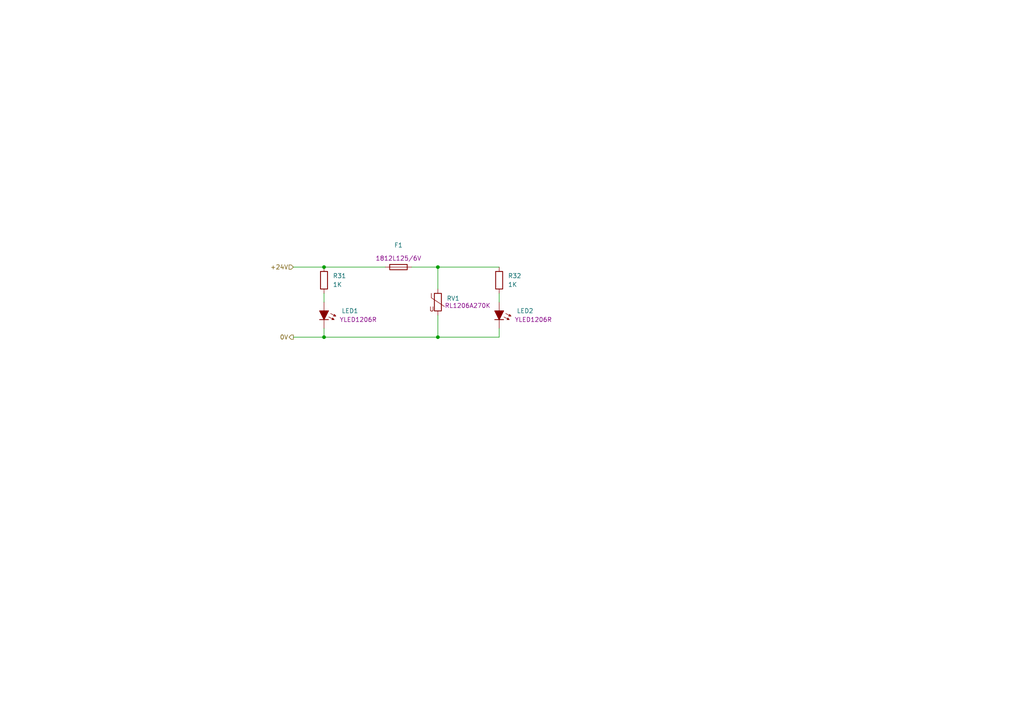
<source format=kicad_sch>
(kicad_sch
	(version 20250114)
	(generator "eeschema")
	(generator_version "9.0")
	(uuid "dd1d3460-8548-495b-9f16-98ec10e59d49")
	(paper "A4")
	(lib_symbols
		(symbol "Device:Fuse"
			(pin_numbers
				(hide yes)
			)
			(pin_names
				(offset 0)
			)
			(exclude_from_sim no)
			(in_bom yes)
			(on_board yes)
			(property "Reference" "F"
				(at 2.032 0 90)
				(effects
					(font
						(size 1.27 1.27)
					)
				)
			)
			(property "Value" "Fuse"
				(at -1.905 0 90)
				(effects
					(font
						(size 1.27 1.27)
					)
				)
			)
			(property "Footprint" ""
				(at -1.778 0 90)
				(effects
					(font
						(size 1.27 1.27)
					)
					(hide yes)
				)
			)
			(property "Datasheet" "~"
				(at 0 0 0)
				(effects
					(font
						(size 1.27 1.27)
					)
					(hide yes)
				)
			)
			(property "Description" "Fuse"
				(at 0 0 0)
				(effects
					(font
						(size 1.27 1.27)
					)
					(hide yes)
				)
			)
			(property "ki_keywords" "fuse"
				(at 0 0 0)
				(effects
					(font
						(size 1.27 1.27)
					)
					(hide yes)
				)
			)
			(property "ki_fp_filters" "*Fuse*"
				(at 0 0 0)
				(effects
					(font
						(size 1.27 1.27)
					)
					(hide yes)
				)
			)
			(symbol "Fuse_0_1"
				(rectangle
					(start -0.762 -2.54)
					(end 0.762 2.54)
					(stroke
						(width 0.254)
						(type default)
					)
					(fill
						(type none)
					)
				)
				(polyline
					(pts
						(xy 0 2.54) (xy 0 -2.54)
					)
					(stroke
						(width 0)
						(type default)
					)
					(fill
						(type none)
					)
				)
			)
			(symbol "Fuse_1_1"
				(pin passive line
					(at 0 3.81 270)
					(length 1.27)
					(name "~"
						(effects
							(font
								(size 1.27 1.27)
							)
						)
					)
					(number "1"
						(effects
							(font
								(size 1.27 1.27)
							)
						)
					)
				)
				(pin passive line
					(at 0 -3.81 90)
					(length 1.27)
					(name "~"
						(effects
							(font
								(size 1.27 1.27)
							)
						)
					)
					(number "2"
						(effects
							(font
								(size 1.27 1.27)
							)
						)
					)
				)
			)
			(embedded_fonts no)
		)
		(symbol "Device:Varistor"
			(pin_numbers
				(hide yes)
			)
			(pin_names
				(offset 0)
			)
			(exclude_from_sim no)
			(in_bom yes)
			(on_board yes)
			(property "Reference" "RV"
				(at 3.175 0 90)
				(effects
					(font
						(size 1.27 1.27)
					)
				)
			)
			(property "Value" "Varistor"
				(at -3.175 0 90)
				(effects
					(font
						(size 1.27 1.27)
					)
				)
			)
			(property "Footprint" ""
				(at -1.778 0 90)
				(effects
					(font
						(size 1.27 1.27)
					)
					(hide yes)
				)
			)
			(property "Datasheet" "~"
				(at 0 0 0)
				(effects
					(font
						(size 1.27 1.27)
					)
					(hide yes)
				)
			)
			(property "Description" "Voltage dependent resistor"
				(at 0 0 0)
				(effects
					(font
						(size 1.27 1.27)
					)
					(hide yes)
				)
			)
			(property "Sim.Name" "kicad_builtin_varistor"
				(at 0 0 0)
				(effects
					(font
						(size 1.27 1.27)
					)
					(hide yes)
				)
			)
			(property "Sim.Device" "SUBCKT"
				(at 0 0 0)
				(effects
					(font
						(size 1.27 1.27)
					)
					(hide yes)
				)
			)
			(property "Sim.Pins" "1=A 2=B"
				(at 0 0 0)
				(effects
					(font
						(size 1.27 1.27)
					)
					(hide yes)
				)
			)
			(property "Sim.Params" "threshold=1k"
				(at 0 0 0)
				(effects
					(font
						(size 1.27 1.27)
					)
					(hide yes)
				)
			)
			(property "Sim.Library" "${KICAD9_SYMBOL_DIR}/Simulation_SPICE.sp"
				(at 0 0 0)
				(effects
					(font
						(size 1.27 1.27)
					)
					(hide yes)
				)
			)
			(property "ki_keywords" "VDR resistance"
				(at 0 0 0)
				(effects
					(font
						(size 1.27 1.27)
					)
					(hide yes)
				)
			)
			(property "ki_fp_filters" "RV_* Varistor*"
				(at 0 0 0)
				(effects
					(font
						(size 1.27 1.27)
					)
					(hide yes)
				)
			)
			(symbol "Varistor_0_0"
				(text "U"
					(at -1.778 -2.032 0)
					(effects
						(font
							(size 1.27 1.27)
						)
					)
				)
			)
			(symbol "Varistor_0_1"
				(polyline
					(pts
						(xy -1.905 2.54) (xy -1.905 1.27) (xy 1.905 -1.27)
					)
					(stroke
						(width 0)
						(type default)
					)
					(fill
						(type none)
					)
				)
				(rectangle
					(start -1.016 -2.54)
					(end 1.016 2.54)
					(stroke
						(width 0.254)
						(type default)
					)
					(fill
						(type none)
					)
				)
			)
			(symbol "Varistor_1_1"
				(pin passive line
					(at 0 3.81 270)
					(length 1.27)
					(name "~"
						(effects
							(font
								(size 1.27 1.27)
							)
						)
					)
					(number "1"
						(effects
							(font
								(size 1.27 1.27)
							)
						)
					)
				)
				(pin passive line
					(at 0 -3.81 90)
					(length 1.27)
					(name "~"
						(effects
							(font
								(size 1.27 1.27)
							)
						)
					)
					(number "2"
						(effects
							(font
								(size 1.27 1.27)
							)
						)
					)
				)
			)
			(embedded_fonts no)
		)
		(symbol "LED_AKL:LED_1.8mm_SMD"
			(pin_numbers
				(hide yes)
			)
			(pin_names
				(offset 1.016)
				(hide yes)
			)
			(exclude_from_sim no)
			(in_bom yes)
			(on_board yes)
			(property "Reference" "LED"
				(at 0 7.62 0)
				(effects
					(font
						(size 1.27 1.27)
					)
				)
			)
			(property "Value" "LED_1.8mm_SMD"
				(at 0 5.08 0)
				(effects
					(font
						(size 1.27 1.27)
					)
				)
			)
			(property "Footprint" "LED_SMD_AKL:LED_1.8mm_GullWing"
				(at 0 0 0)
				(effects
					(font
						(size 1.27 1.27)
					)
					(hide yes)
				)
			)
			(property "Datasheet" "~"
				(at 0 0 0)
				(effects
					(font
						(size 1.27 1.27)
					)
					(hide yes)
				)
			)
			(property "Description" "LED, Generic 1.8mm SMD subminiature gull wing, Alternate KiCad Library"
				(at 0 0 0)
				(effects
					(font
						(size 1.27 1.27)
					)
					(hide yes)
				)
			)
			(property "ki_keywords" "LED diode generic 1.8mm SMD gull wing subminiature"
				(at 0 0 0)
				(effects
					(font
						(size 1.27 1.27)
					)
					(hide yes)
				)
			)
			(property "ki_fp_filters" "LED* LED_SMD:* LED_THT:*"
				(at 0 0 0)
				(effects
					(font
						(size 1.27 1.27)
					)
					(hide yes)
				)
			)
			(symbol "LED_1.8mm_SMD_0_1"
				(polyline
					(pts
						(xy -1.27 1.27) (xy -1.27 -1.27) (xy 1.27 0) (xy -1.27 1.27)
					)
					(stroke
						(width 0.254)
						(type default)
					)
					(fill
						(type outline)
					)
				)
				(polyline
					(pts
						(xy -0.508 1.905) (xy 0.254 3.429)
					)
					(stroke
						(width 0.1524)
						(type default)
					)
					(fill
						(type none)
					)
				)
				(polyline
					(pts
						(xy 0 2.921) (xy -0.254 3.048)
					)
					(stroke
						(width 0.1524)
						(type default)
					)
					(fill
						(type none)
					)
				)
				(polyline
					(pts
						(xy 0 2.921) (xy 0.254 2.794)
					)
					(stroke
						(width 0.1524)
						(type default)
					)
					(fill
						(type none)
					)
				)
				(polyline
					(pts
						(xy 0.254 2.794) (xy -0.254 3.048) (xy 0.254 3.429) (xy 0.254 2.794)
					)
					(stroke
						(width 0.1524)
						(type default)
					)
					(fill
						(type outline)
					)
				)
				(polyline
					(pts
						(xy 0.508 1.397) (xy 1.27 2.921)
					)
					(stroke
						(width 0.1524)
						(type default)
					)
					(fill
						(type none)
					)
				)
				(polyline
					(pts
						(xy 1.016 2.413) (xy 0.762 2.54)
					)
					(stroke
						(width 0.1524)
						(type default)
					)
					(fill
						(type none)
					)
				)
				(polyline
					(pts
						(xy 1.016 2.413) (xy 1.27 2.286)
					)
					(stroke
						(width 0.1524)
						(type default)
					)
					(fill
						(type none)
					)
				)
				(polyline
					(pts
						(xy 1.27 2.286) (xy 0.762 2.54) (xy 1.27 2.921) (xy 1.27 2.286)
					)
					(stroke
						(width 0.1524)
						(type default)
					)
					(fill
						(type outline)
					)
				)
				(polyline
					(pts
						(xy 1.27 1.27) (xy 1.27 -1.27)
					)
					(stroke
						(width 0.254)
						(type default)
					)
					(fill
						(type none)
					)
				)
				(polyline
					(pts
						(xy 1.27 0) (xy -1.27 0)
					)
					(stroke
						(width 0)
						(type default)
					)
					(fill
						(type none)
					)
				)
			)
			(symbol "LED_1.8mm_SMD_0_2"
				(polyline
					(pts
						(xy -2.54 -2.54) (xy 2.54 2.54)
					)
					(stroke
						(width 0)
						(type default)
					)
					(fill
						(type none)
					)
				)
				(polyline
					(pts
						(xy -2.159 2.413) (xy -2.286 1.778) (xy -1.6764 1.9812) (xy -2.159 2.413)
					)
					(stroke
						(width 0)
						(type default)
					)
					(fill
						(type outline)
					)
				)
				(polyline
					(pts
						(xy -1.651 0.889) (xy -2.159 2.413)
					)
					(stroke
						(width 0)
						(type default)
					)
					(fill
						(type none)
					)
				)
				(polyline
					(pts
						(xy -1.016 2.794) (xy -1.143 2.159) (xy -0.5334 2.3622) (xy -1.016 2.794)
					)
					(stroke
						(width 0)
						(type default)
					)
					(fill
						(type outline)
					)
				)
				(polyline
					(pts
						(xy -0.889 -0.889) (xy -1.778 0) (xy 0.889 0.889) (xy 0 -1.778) (xy -0.889 -0.889)
					)
					(stroke
						(width 0.254)
						(type default)
					)
					(fill
						(type outline)
					)
				)
				(polyline
					(pts
						(xy -0.508 1.27) (xy -1.016 2.794)
					)
					(stroke
						(width 0)
						(type default)
					)
					(fill
						(type none)
					)
				)
				(polyline
					(pts
						(xy 0 1.778) (xy 1.778 0)
					)
					(stroke
						(width 0.254)
						(type default)
					)
					(fill
						(type none)
					)
				)
			)
			(symbol "LED_1.8mm_SMD_1_1"
				(pin passive line
					(at -3.81 0 0)
					(length 2.54)
					(name "A"
						(effects
							(font
								(size 1.27 1.27)
							)
						)
					)
					(number "2"
						(effects
							(font
								(size 1.27 1.27)
							)
						)
					)
				)
				(pin passive line
					(at 3.81 0 180)
					(length 2.54)
					(name "K"
						(effects
							(font
								(size 1.27 1.27)
							)
						)
					)
					(number "1"
						(effects
							(font
								(size 1.27 1.27)
							)
						)
					)
				)
			)
			(symbol "LED_1.8mm_SMD_1_2"
				(pin passive line
					(at -2.54 -2.54 0)
					(length 0)
					(name "A"
						(effects
							(font
								(size 1.27 1.27)
							)
						)
					)
					(number "2"
						(effects
							(font
								(size 1.27 1.27)
							)
						)
					)
				)
				(pin passive line
					(at 2.54 2.54 180)
					(length 0)
					(name "K"
						(effects
							(font
								(size 1.27 1.27)
							)
						)
					)
					(number "1"
						(effects
							(font
								(size 1.27 1.27)
							)
						)
					)
				)
			)
			(embedded_fonts no)
		)
		(symbol "Resistor_AKL:R_0603"
			(pin_numbers
				(hide yes)
			)
			(pin_names
				(offset 0)
			)
			(exclude_from_sim no)
			(in_bom yes)
			(on_board yes)
			(property "Reference" "R"
				(at 2.54 1.27 0)
				(effects
					(font
						(size 1.27 1.27)
					)
					(justify left)
				)
			)
			(property "Value" "R_0603"
				(at 2.54 -1.27 0)
				(effects
					(font
						(size 1.27 1.27)
					)
					(justify left)
				)
			)
			(property "Footprint" "Resistor_SMD_AKL:R_0603_1608Metric"
				(at 0 -11.43 0)
				(effects
					(font
						(size 1.27 1.27)
					)
					(hide yes)
				)
			)
			(property "Datasheet" "~"
				(at 0 0 0)
				(effects
					(font
						(size 1.27 1.27)
					)
					(hide yes)
				)
			)
			(property "Description" "SMD 0603 Chip Resistor, European Symbol, Alternate KiCad Library"
				(at 0 0 0)
				(effects
					(font
						(size 1.27 1.27)
					)
					(hide yes)
				)
			)
			(property "ki_keywords" "R res resistor eu SMD 0603"
				(at 0 0 0)
				(effects
					(font
						(size 1.27 1.27)
					)
					(hide yes)
				)
			)
			(property "ki_fp_filters" "R_*"
				(at 0 0 0)
				(effects
					(font
						(size 1.27 1.27)
					)
					(hide yes)
				)
			)
			(symbol "R_0603_0_1"
				(rectangle
					(start -1.016 2.54)
					(end 1.016 -2.54)
					(stroke
						(width 0.254)
						(type default)
					)
					(fill
						(type none)
					)
				)
			)
			(symbol "R_0603_0_2"
				(polyline
					(pts
						(xy -2.54 -2.54) (xy -1.524 -1.524)
					)
					(stroke
						(width 0)
						(type default)
					)
					(fill
						(type none)
					)
				)
				(polyline
					(pts
						(xy 1.524 1.524) (xy 2.54 2.54)
					)
					(stroke
						(width 0)
						(type default)
					)
					(fill
						(type none)
					)
				)
				(polyline
					(pts
						(xy 1.524 1.524) (xy 0.889 2.159) (xy -2.159 -0.889) (xy -0.889 -2.159) (xy 2.159 0.889) (xy 1.524 1.524)
					)
					(stroke
						(width 0.254)
						(type default)
					)
					(fill
						(type none)
					)
				)
			)
			(symbol "R_0603_1_1"
				(pin passive line
					(at 0 3.81 270)
					(length 1.27)
					(name "~"
						(effects
							(font
								(size 1.27 1.27)
							)
						)
					)
					(number "1"
						(effects
							(font
								(size 1.27 1.27)
							)
						)
					)
				)
				(pin passive line
					(at 0 -3.81 90)
					(length 1.27)
					(name "~"
						(effects
							(font
								(size 1.27 1.27)
							)
						)
					)
					(number "2"
						(effects
							(font
								(size 1.27 1.27)
							)
						)
					)
				)
			)
			(symbol "R_0603_1_2"
				(pin passive line
					(at -2.54 -2.54 0)
					(length 0)
					(name ""
						(effects
							(font
								(size 1.27 1.27)
							)
						)
					)
					(number "2"
						(effects
							(font
								(size 1.27 1.27)
							)
						)
					)
				)
				(pin passive line
					(at 2.54 2.54 180)
					(length 0)
					(name ""
						(effects
							(font
								(size 1.27 1.27)
							)
						)
					)
					(number "1"
						(effects
							(font
								(size 1.27 1.27)
							)
						)
					)
				)
			)
			(embedded_fonts no)
		)
	)
	(junction
		(at 127 97.79)
		(diameter 0)
		(color 0 0 0 0)
		(uuid "0a06e80d-c707-4868-aacf-2c1d4d967863")
	)
	(junction
		(at 127 77.47)
		(diameter 0)
		(color 0 0 0 0)
		(uuid "8d8ac40c-0ef9-4cff-9825-a238e961e561")
	)
	(junction
		(at 93.98 97.79)
		(diameter 0)
		(color 0 0 0 0)
		(uuid "abedf4ba-b369-446a-aae8-05a137101b49")
	)
	(junction
		(at 93.98 77.47)
		(diameter 0)
		(color 0 0 0 0)
		(uuid "ffa18bae-c52d-42f1-be8d-c858797335b4")
	)
	(wire
		(pts
			(xy 93.98 97.79) (xy 127 97.79)
		)
		(stroke
			(width 0)
			(type default)
		)
		(uuid "2f00e688-ef27-4816-ba43-589a15ae9c95")
	)
	(wire
		(pts
			(xy 127 77.47) (xy 144.78 77.47)
		)
		(stroke
			(width 0)
			(type default)
		)
		(uuid "4d3d2f5a-79e7-44c7-9e10-704d198c208b")
	)
	(wire
		(pts
			(xy 119.38 77.47) (xy 127 77.47)
		)
		(stroke
			(width 0)
			(type default)
		)
		(uuid "4edd8100-ffc2-48f2-93da-b6a5f1e5b3f2")
	)
	(wire
		(pts
			(xy 127 97.79) (xy 144.78 97.79)
		)
		(stroke
			(width 0)
			(type default)
		)
		(uuid "50abf37e-f856-49ee-a46e-ccf03bb6a193")
	)
	(wire
		(pts
			(xy 93.98 77.47) (xy 111.76 77.47)
		)
		(stroke
			(width 0)
			(type default)
		)
		(uuid "5cd9f0ed-088d-44bb-af11-121a2a439ffe")
	)
	(wire
		(pts
			(xy 93.98 85.09) (xy 93.98 87.63)
		)
		(stroke
			(width 0)
			(type default)
		)
		(uuid "76b7b0ce-3888-4f25-b95f-b56960f51d8f")
	)
	(wire
		(pts
			(xy 144.78 85.09) (xy 144.78 87.63)
		)
		(stroke
			(width 0)
			(type default)
		)
		(uuid "82250c64-6bba-42c7-b60b-118bbe02d121")
	)
	(wire
		(pts
			(xy 144.78 97.79) (xy 144.78 95.25)
		)
		(stroke
			(width 0)
			(type default)
		)
		(uuid "8458d33e-d212-48c6-88f8-5d59a947d8f6")
	)
	(wire
		(pts
			(xy 85.09 77.47) (xy 93.98 77.47)
		)
		(stroke
			(width 0)
			(type default)
		)
		(uuid "9d232a6c-bfb1-411b-81b6-56e7aae3a09c")
	)
	(wire
		(pts
			(xy 85.09 97.79) (xy 93.98 97.79)
		)
		(stroke
			(width 0)
			(type default)
		)
		(uuid "a540b72c-30ce-4f63-b96a-07630ff2e789")
	)
	(wire
		(pts
			(xy 93.98 95.25) (xy 93.98 97.79)
		)
		(stroke
			(width 0)
			(type default)
		)
		(uuid "a773a870-7013-490f-ae4b-ff3f720fce9e")
	)
	(wire
		(pts
			(xy 127 77.47) (xy 127 83.82)
		)
		(stroke
			(width 0)
			(type default)
		)
		(uuid "e7685895-59a8-4821-8ed4-501c035f7139")
	)
	(wire
		(pts
			(xy 127 91.44) (xy 127 97.79)
		)
		(stroke
			(width 0)
			(type default)
		)
		(uuid "e77e993d-6e5b-4509-ab1c-a12841ce6e06")
	)
	(hierarchical_label "+24V"
		(shape input)
		(at 85.09 77.47 180)
		(effects
			(font
				(size 1.27 1.27)
			)
			(justify right)
		)
		(uuid "21b73ce4-e45e-4c1e-a6fa-c0cc0cb0e6f4")
	)
	(hierarchical_label "0V"
		(shape output)
		(at 85.09 97.79 180)
		(effects
			(font
				(size 1.27 1.27)
			)
			(justify right)
		)
		(uuid "80ce46b4-585d-4e0e-b775-a375493faf37")
	)
	(symbol
		(lib_id "Device:Fuse")
		(at 115.57 77.47 270)
		(unit 1)
		(exclude_from_sim no)
		(in_bom yes)
		(on_board yes)
		(dnp no)
		(uuid "4d02d056-b8d1-4108-989f-a0904e0e00a1")
		(property "Reference" "F1"
			(at 115.57 71.12 90)
			(effects
				(font
					(size 1.27 1.27)
				)
			)
		)
		(property "Value" "Fuse"
			(at 115.57 73.66 90)
			(effects
				(font
					(size 1.27 1.27)
				)
				(hide yes)
			)
		)
		(property "Footprint" "PCM_Fuse_AKL_Double:Fuse_Blade_Mini_directSolder"
			(at 115.57 75.692 90)
			(effects
				(font
					(size 1.27 1.27)
				)
				(hide yes)
			)
		)
		(property "Datasheet" "~"
			(at 115.57 77.47 0)
			(effects
				(font
					(size 1.27 1.27)
				)
				(hide yes)
			)
		)
		(property "Description" "Fuse"
			(at 115.57 77.47 0)
			(effects
				(font
					(size 1.27 1.27)
				)
				(hide yes)
			)
		)
		(property "Part number" "1812L125/6V"
			(at 115.57 74.93 90)
			(effects
				(font
					(size 1.27 1.27)
				)
			)
		)
		(pin "1"
			(uuid "177660d9-7775-41ef-a920-436b0076300c")
		)
		(pin "2"
			(uuid "b92741e1-d923-4fb0-adf6-62a68511c425")
		)
		(instances
			(project ""
				(path "/65c875c0-73bd-43df-b6cd-4a685398cace/3b453a73-5bb7-4645-a7e8-6e186968fa05/de35c4cd-dec3-4999-96c6-2b4bc5552c34"
					(reference "F1")
					(unit 1)
				)
			)
		)
	)
	(symbol
		(lib_id "LED_AKL:LED_1.8mm_SMD")
		(at 144.78 91.44 270)
		(unit 1)
		(exclude_from_sim no)
		(in_bom yes)
		(on_board yes)
		(dnp no)
		(uuid "9aa0b7b2-e6ed-4aa4-a0d1-8b8c6cdeddc3")
		(property "Reference" "LED2"
			(at 149.86 90.1699 90)
			(effects
				(font
					(size 1.27 1.27)
				)
				(justify left)
			)
		)
		(property "Value" "LED_1.8mm_SMD"
			(at 149.86 92.7099 90)
			(effects
				(font
					(size 1.27 1.27)
				)
				(justify left)
				(hide yes)
			)
		)
		(property "Footprint" "LED_SMD_AKL:LED_1.8mm_GullWing"
			(at 144.78 91.44 0)
			(effects
				(font
					(size 1.27 1.27)
				)
				(hide yes)
			)
		)
		(property "Datasheet" "~"
			(at 144.78 91.44 0)
			(effects
				(font
					(size 1.27 1.27)
				)
				(hide yes)
			)
		)
		(property "Description" "LED, Generic 1.8mm SMD subminiature gull wing, Alternate KiCad Library"
			(at 144.78 91.44 0)
			(effects
				(font
					(size 1.27 1.27)
				)
				(hide yes)
			)
		)
		(property "Part number" "YLED1206R"
			(at 154.686 92.71 90)
			(effects
				(font
					(size 1.27 1.27)
				)
			)
		)
		(pin "2"
			(uuid "b16d8e59-2b31-40a5-a55e-9cee47cafa76")
		)
		(pin "1"
			(uuid "e1826811-dbe5-430b-b93f-50f6848a38ae")
		)
		(instances
			(project "Diseños de circuitos"
				(path "/65c875c0-73bd-43df-b6cd-4a685398cace/3b453a73-5bb7-4645-a7e8-6e186968fa05/de35c4cd-dec3-4999-96c6-2b4bc5552c34"
					(reference "LED2")
					(unit 1)
				)
			)
		)
	)
	(symbol
		(lib_id "LED_AKL:LED_1.8mm_SMD")
		(at 93.98 91.44 270)
		(unit 1)
		(exclude_from_sim no)
		(in_bom yes)
		(on_board yes)
		(dnp no)
		(uuid "a3dbf928-7baa-48c8-9267-bf03353fd15e")
		(property "Reference" "LED1"
			(at 99.06 90.1699 90)
			(effects
				(font
					(size 1.27 1.27)
				)
				(justify left)
			)
		)
		(property "Value" "LED_1.8mm_SMD"
			(at 99.06 92.7099 90)
			(effects
				(font
					(size 1.27 1.27)
				)
				(justify left)
				(hide yes)
			)
		)
		(property "Footprint" "LED_SMD_AKL:LED_1.8mm_GullWing"
			(at 93.98 91.44 0)
			(effects
				(font
					(size 1.27 1.27)
				)
				(hide yes)
			)
		)
		(property "Datasheet" "~"
			(at 93.98 91.44 0)
			(effects
				(font
					(size 1.27 1.27)
				)
				(hide yes)
			)
		)
		(property "Description" "LED, Generic 1.8mm SMD subminiature gull wing, Alternate KiCad Library"
			(at 93.98 91.44 0)
			(effects
				(font
					(size 1.27 1.27)
				)
				(hide yes)
			)
		)
		(property "Part number" "YLED1206R"
			(at 103.886 92.71 90)
			(effects
				(font
					(size 1.27 1.27)
				)
			)
		)
		(pin "2"
			(uuid "e2080f83-f1ed-4fd8-a635-b5e63dfec978")
		)
		(pin "1"
			(uuid "6581b940-4fbd-4d2a-9e52-84582e42203d")
		)
		(instances
			(project ""
				(path "/65c875c0-73bd-43df-b6cd-4a685398cace/3b453a73-5bb7-4645-a7e8-6e186968fa05/de35c4cd-dec3-4999-96c6-2b4bc5552c34"
					(reference "LED1")
					(unit 1)
				)
			)
		)
	)
	(symbol
		(lib_id "Device:Varistor")
		(at 127 87.63 0)
		(unit 1)
		(exclude_from_sim no)
		(in_bom yes)
		(on_board yes)
		(dnp no)
		(uuid "ad732919-be58-438a-9c1b-37ddb289d9ea")
		(property "Reference" "RV1"
			(at 129.54 86.5532 0)
			(effects
				(font
					(size 1.27 1.27)
				)
				(justify left)
			)
		)
		(property "Value" "Varistor"
			(at 129.54 89.0932 0)
			(effects
				(font
					(size 1.27 1.27)
				)
				(justify left)
				(hide yes)
			)
		)
		(property "Footprint" "Varistor:RV_Disc_D7mm_W5.1mm_P5mm"
			(at 125.222 87.63 90)
			(effects
				(font
					(size 1.27 1.27)
				)
				(hide yes)
			)
		)
		(property "Datasheet" "~"
			(at 127 87.63 0)
			(effects
				(font
					(size 1.27 1.27)
				)
				(hide yes)
			)
		)
		(property "Description" "Voltage dependent resistor"
			(at 127 87.63 0)
			(effects
				(font
					(size 1.27 1.27)
				)
				(hide yes)
			)
		)
		(property "Sim.Name" "kicad_builtin_varistor"
			(at 127 87.63 0)
			(effects
				(font
					(size 1.27 1.27)
				)
				(hide yes)
			)
		)
		(property "Sim.Device" "SUBCKT"
			(at 127 87.63 0)
			(effects
				(font
					(size 1.27 1.27)
				)
				(hide yes)
			)
		)
		(property "Sim.Pins" "1=A 2=B"
			(at 127 87.63 0)
			(effects
				(font
					(size 1.27 1.27)
				)
				(hide yes)
			)
		)
		(property "Sim.Params" "threshold=1k"
			(at 127 87.63 0)
			(effects
				(font
					(size 1.27 1.27)
				)
				(hide yes)
			)
		)
		(property "Sim.Library" "${KICAD9_SYMBOL_DIR}/Simulation_SPICE.sp"
			(at 127 87.63 0)
			(effects
				(font
					(size 1.27 1.27)
				)
				(hide yes)
			)
		)
		(property "Part number" "RL1206A270K"
			(at 135.636 88.646 0)
			(effects
				(font
					(size 1.27 1.27)
				)
			)
		)
		(pin "2"
			(uuid "5a9987c2-786d-402a-8994-897b0c74f7f3")
		)
		(pin "1"
			(uuid "d68e78f1-c57d-4d72-9700-4ce18e731337")
		)
		(instances
			(project ""
				(path "/65c875c0-73bd-43df-b6cd-4a685398cace/3b453a73-5bb7-4645-a7e8-6e186968fa05/de35c4cd-dec3-4999-96c6-2b4bc5552c34"
					(reference "RV1")
					(unit 1)
				)
			)
		)
	)
	(symbol
		(lib_id "Resistor_AKL:R_0603")
		(at 144.78 81.28 180)
		(unit 1)
		(exclude_from_sim no)
		(in_bom yes)
		(on_board yes)
		(dnp no)
		(fields_autoplaced yes)
		(uuid "d2a34a37-ce66-49e7-9aff-97af33dbd60b")
		(property "Reference" "R32"
			(at 147.32 80.0099 0)
			(effects
				(font
					(size 1.27 1.27)
				)
				(justify right)
			)
		)
		(property "Value" "1K"
			(at 147.32 82.5499 0)
			(effects
				(font
					(size 1.27 1.27)
				)
				(justify right)
			)
		)
		(property "Footprint" "Resistor_SMD_AKL:R_0603_1608Metric"
			(at 144.78 69.85 0)
			(effects
				(font
					(size 1.27 1.27)
				)
				(hide yes)
			)
		)
		(property "Datasheet" "~"
			(at 144.78 81.28 0)
			(effects
				(font
					(size 1.27 1.27)
				)
				(hide yes)
			)
		)
		(property "Description" "SMD 0603 Chip Resistor, European Symbol, Alternate KiCad Library"
			(at 144.78 81.28 0)
			(effects
				(font
					(size 1.27 1.27)
				)
				(hide yes)
			)
		)
		(pin "2"
			(uuid "b797755f-c00e-4524-a979-76af82087b16")
		)
		(pin "1"
			(uuid "5568b0dc-8863-4c20-a71a-436de67f332b")
		)
		(instances
			(project "Diseños de circuitos"
				(path "/65c875c0-73bd-43df-b6cd-4a685398cace/3b453a73-5bb7-4645-a7e8-6e186968fa05/de35c4cd-dec3-4999-96c6-2b4bc5552c34"
					(reference "R32")
					(unit 1)
				)
			)
		)
	)
	(symbol
		(lib_id "Resistor_AKL:R_0603")
		(at 93.98 81.28 180)
		(unit 1)
		(exclude_from_sim no)
		(in_bom yes)
		(on_board yes)
		(dnp no)
		(fields_autoplaced yes)
		(uuid "f69b9ca6-605b-4624-abae-fab9067a3088")
		(property "Reference" "R31"
			(at 96.52 80.0099 0)
			(effects
				(font
					(size 1.27 1.27)
				)
				(justify right)
			)
		)
		(property "Value" "1K"
			(at 96.52 82.5499 0)
			(effects
				(font
					(size 1.27 1.27)
				)
				(justify right)
			)
		)
		(property "Footprint" "Resistor_SMD_AKL:R_0603_1608Metric"
			(at 93.98 69.85 0)
			(effects
				(font
					(size 1.27 1.27)
				)
				(hide yes)
			)
		)
		(property "Datasheet" "~"
			(at 93.98 81.28 0)
			(effects
				(font
					(size 1.27 1.27)
				)
				(hide yes)
			)
		)
		(property "Description" "SMD 0603 Chip Resistor, European Symbol, Alternate KiCad Library"
			(at 93.98 81.28 0)
			(effects
				(font
					(size 1.27 1.27)
				)
				(hide yes)
			)
		)
		(pin "2"
			(uuid "4c5183dc-0aa8-4714-89e5-d97551e1e61f")
		)
		(pin "1"
			(uuid "68dfd43b-3f17-4e5e-97b4-6527ffbfd216")
		)
		(instances
			(project "Diseños de circuitos"
				(path "/65c875c0-73bd-43df-b6cd-4a685398cace/3b453a73-5bb7-4645-a7e8-6e186968fa05/de35c4cd-dec3-4999-96c6-2b4bc5552c34"
					(reference "R31")
					(unit 1)
				)
			)
		)
	)
)

</source>
